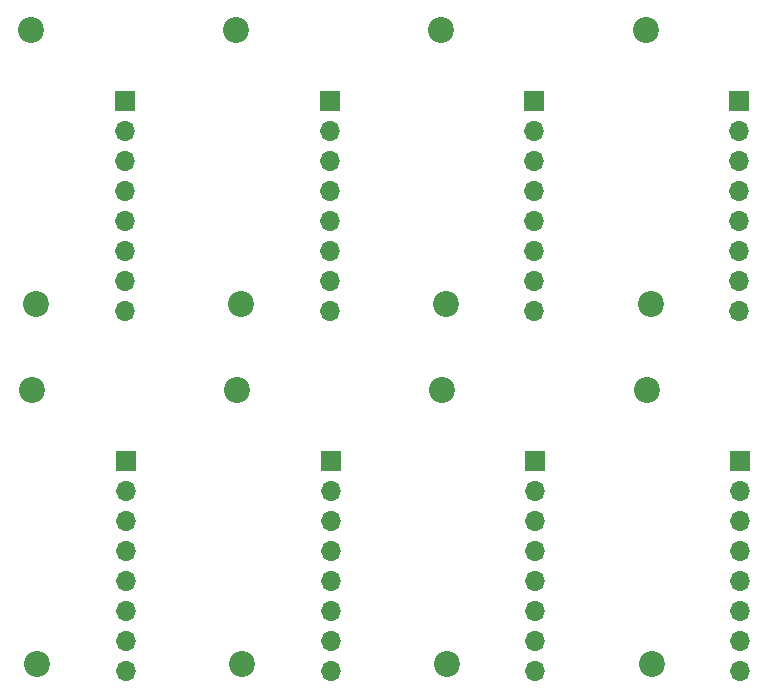
<source format=gbr>
%TF.GenerationSoftware,KiCad,Pcbnew,8.0.5*%
%TF.CreationDate,2024-10-22T20:22:57-07:00*%
%TF.ProjectId,door3_panel,646f6f72-335f-4706-916e-656c2e6b6963,rev?*%
%TF.SameCoordinates,Original*%
%TF.FileFunction,Soldermask,Bot*%
%TF.FilePolarity,Negative*%
%FSLAX46Y46*%
G04 Gerber Fmt 4.6, Leading zero omitted, Abs format (unit mm)*
G04 Created by KiCad (PCBNEW 8.0.5) date 2024-10-22 20:22:57*
%MOMM*%
%LPD*%
G01*
G04 APERTURE LIST*
%ADD10C,2.200000*%
%ADD11R,1.700000X1.700000*%
%ADD12O,1.700000X1.700000*%
G04 APERTURE END LIST*
D10*
%TO.C,REF\u002A\u002A*%
X18344264Y-68824265D03*
%TD*%
%TO.C,REF\u002A\u002A*%
X53020000Y-68840000D03*
%TD*%
%TO.C,REF\u002A\u002A*%
X70374264Y-68844265D03*
%TD*%
%TO.C,REF\u002A\u002A*%
X69974264Y-45644265D03*
%TD*%
D11*
%TO.C,J1*%
X60520000Y-51660000D03*
D12*
X60520000Y-54200000D03*
X60520000Y-56740000D03*
X60520000Y-59280000D03*
X60520000Y-61820000D03*
X60520000Y-64360000D03*
X60520000Y-66900000D03*
X60520000Y-69440000D03*
%TD*%
D10*
%TO.C,REF\u002A\u002A*%
X52620000Y-45640000D03*
%TD*%
%TO.C,REF\u002A\u002A*%
X35698528Y-68828530D03*
%TD*%
D11*
%TO.C,J1*%
X43198528Y-51648530D03*
D12*
X43198528Y-54188530D03*
X43198528Y-56728530D03*
X43198528Y-59268530D03*
X43198528Y-61808530D03*
X43198528Y-64348530D03*
X43198528Y-66888530D03*
X43198528Y-69428530D03*
%TD*%
D10*
%TO.C,REF\u002A\u002A*%
X35298528Y-45628530D03*
%TD*%
D11*
%TO.C,J1*%
X77874264Y-51664265D03*
D12*
X77874264Y-54204265D03*
X77874264Y-56744265D03*
X77874264Y-59284265D03*
X77874264Y-61824265D03*
X77874264Y-64364265D03*
X77874264Y-66904265D03*
X77874264Y-69444265D03*
%TD*%
D11*
%TO.C,J1*%
X25844264Y-51644265D03*
D12*
X25844264Y-54184265D03*
X25844264Y-56724265D03*
X25844264Y-59264265D03*
X25844264Y-61804265D03*
X25844264Y-64344265D03*
X25844264Y-66884265D03*
X25844264Y-69424265D03*
%TD*%
D10*
%TO.C,REF\u002A\u002A*%
X17944264Y-45624265D03*
%TD*%
%TO.C,REF\u002A\u002A*%
X52935736Y-38335735D03*
%TD*%
%TO.C,REF\u002A\u002A*%
X70290000Y-38340000D03*
%TD*%
D12*
%TO.C,J1*%
X77790000Y-38940000D03*
X77790000Y-36400000D03*
X77790000Y-33860000D03*
X77790000Y-31320000D03*
X77790000Y-28780000D03*
X77790000Y-26240000D03*
X77790000Y-23700000D03*
D11*
X77790000Y-21160000D03*
%TD*%
D10*
%TO.C,REF\u002A\u002A*%
X69890000Y-15140000D03*
%TD*%
D12*
%TO.C,J1*%
X60435736Y-38935735D03*
X60435736Y-36395735D03*
X60435736Y-33855735D03*
X60435736Y-31315735D03*
X60435736Y-28775735D03*
X60435736Y-26235735D03*
X60435736Y-23695735D03*
D11*
X60435736Y-21155735D03*
%TD*%
D10*
%TO.C,REF\u002A\u002A*%
X52535736Y-15135735D03*
%TD*%
%TO.C,REF\u002A\u002A*%
X35614264Y-38324265D03*
%TD*%
D12*
%TO.C,J1*%
X43114264Y-38924265D03*
X43114264Y-36384265D03*
X43114264Y-33844265D03*
X43114264Y-31304265D03*
X43114264Y-28764265D03*
X43114264Y-26224265D03*
X43114264Y-23684265D03*
D11*
X43114264Y-21144265D03*
%TD*%
D10*
%TO.C,REF\u002A\u002A*%
X35214264Y-15124265D03*
%TD*%
%TO.C,REF\u002A\u002A*%
X18260000Y-38320000D03*
%TD*%
D12*
%TO.C,J1*%
X25760000Y-38920000D03*
X25760000Y-36380000D03*
X25760000Y-33840000D03*
X25760000Y-31300000D03*
X25760000Y-28760000D03*
X25760000Y-26220000D03*
X25760000Y-23680000D03*
D11*
X25760000Y-21140000D03*
%TD*%
D10*
%TO.C,REF\u002A\u002A*%
X17860000Y-15120000D03*
%TD*%
M02*

</source>
